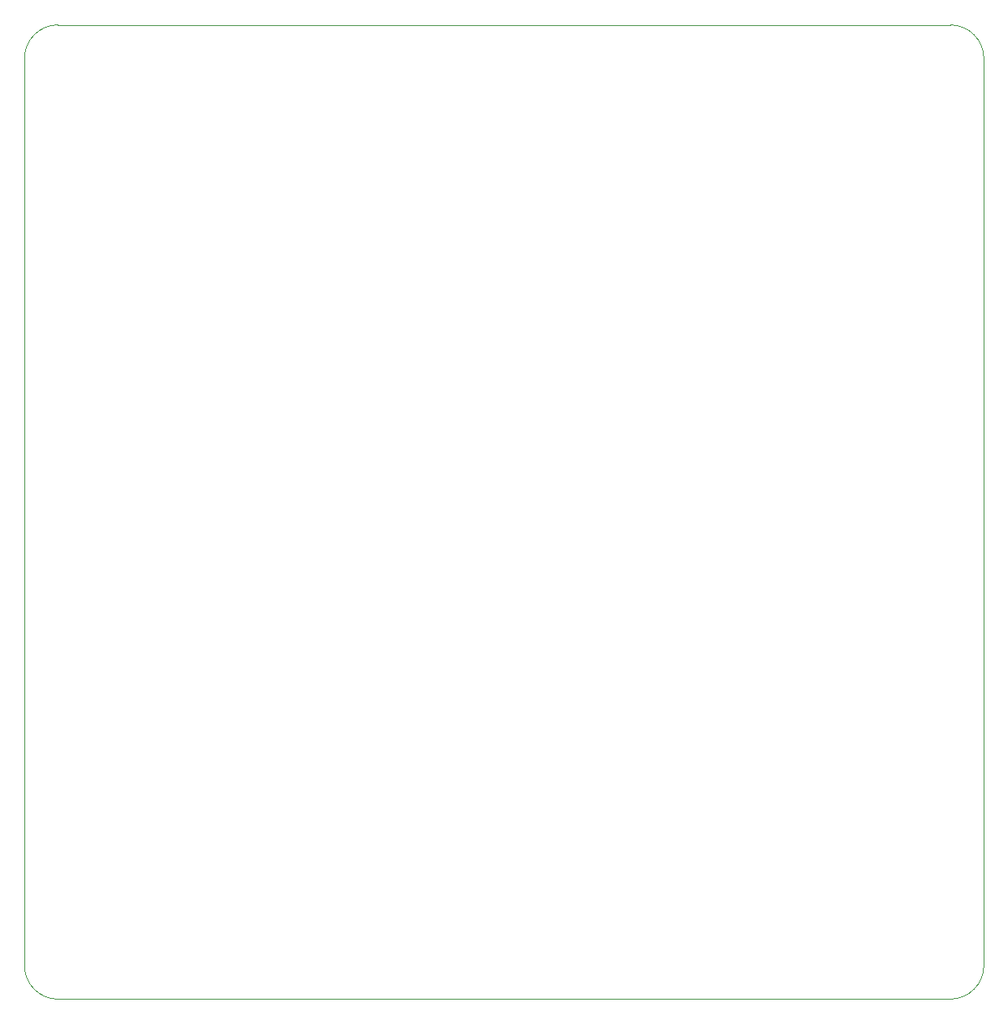
<source format=gko>
G75*
G70*
%OFA0B0*%
%FSLAX25Y25*%
%IPPOS*%
%LPD*%
%AMOC8*
5,1,8,0,0,1.08239X$1,22.5*
%
%ADD101C,0.00394*%
X0000000Y0000000D02*
%LPD*%
G01*
D101*
X0000000Y0385827D02*
G75*
G02*
X0013779Y0399606I0013780J0000000D01*
G01*
X0393700Y0013780D02*
G75*
G02*
X0379921Y0000000I-013780J0000000D01*
G01*
X0393700Y0013780D02*
X0393700Y0385827D01*
X0000000Y0385827D02*
X0000000Y0013780D01*
X0379921Y0399606D02*
X0013779Y0399606D01*
X0013779Y0000000D02*
G75*
G02*
X0000000Y0013780I0000000J0013780D01*
G01*
X0379921Y0399606D02*
G75*
G02*
X0393700Y0385827I0000000J-013780D01*
G01*
X0013779Y0000000D02*
X0379921Y0000000D01*
X0106791Y0014665D02*
G01*
G75*
X0312894Y0333169D02*
G01*
G75*
X0176280Y0314862D02*
G01*
G75*
X0132776Y0314862D02*
G01*
G75*
X0401280Y0165748D02*
G01*
G75*
X0322835Y0199606D02*
G01*
G75*
X0130413Y0225098D02*
G01*
G75*
M02*

</source>
